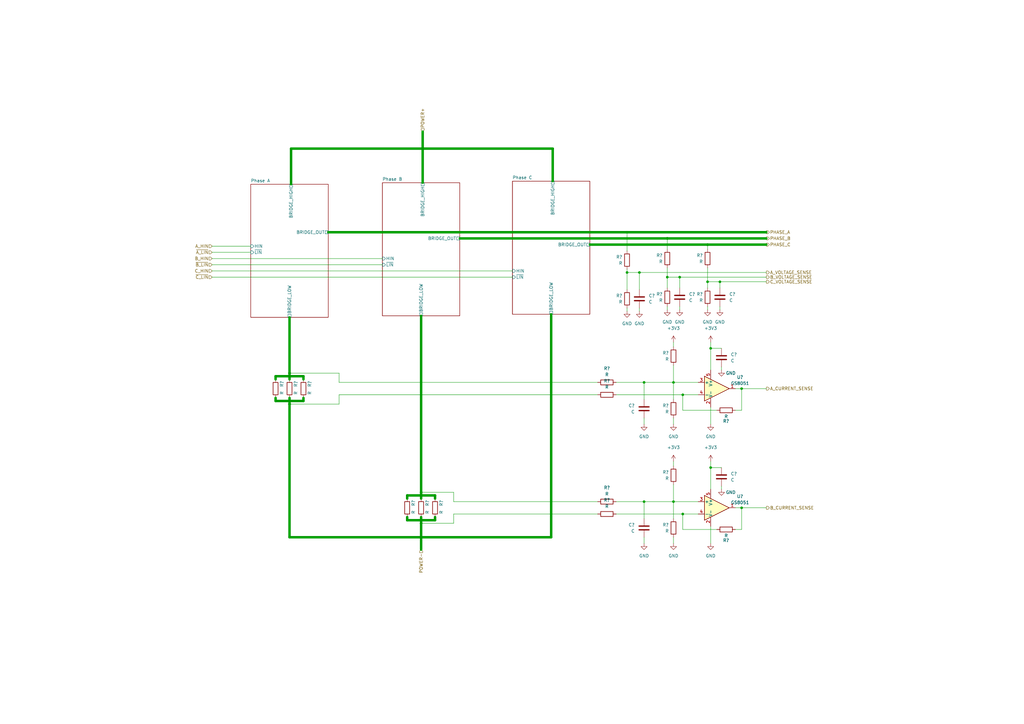
<source format=kicad_sch>
(kicad_sch (version 20211123) (generator eeschema)
  (paper "A3")
  (lib_symbols
    (symbol "Amplifier_Operational:AD8603" (pin_names (offset 0.127))
      (property "Reference" "U" (at 0 5.08 0))
      (property "Value" "AD8603" (at 0 -5.08 0))
      (symbol "AD8603_0_1"
        (polyline (pts (xy -5.08 5.08) (xy 5.08 0) (xy -5.08 -5.08) (xy -5.08 5.08)) (stroke (width 0.254)) (fill (type background)))
        (pin power_in line (at -2.54 -7.62 90) (length 3.81) (name "V-") (number "2"))
        (pin power_in line (at -2.54 7.62 270) (length 3.81) (name "V+") (number "5"))
      )
      (symbol "AD8603_1_1"
        (pin output line (at 7.62 0 180) (length 2.54) (name "~") (number "1"))
        (pin input line (at -7.62 2.54 0) (length 2.54) (name "+") (number "3"))
        (pin input line (at -7.62 -2.54 0) (length 2.54) (name "-") (number "4"))
      )
    )
    (symbol "Device:C" (pin_numbers hide) (pin_names (offset 0.254))
      (property "Reference" "C" (at 0.635 2.54 0))
      (property "Value" "C" (at 0.635 -2.54 0))
      (symbol "C_0_1"
        (polyline (pts (xy -2.032 -0.762) (xy 2.032 -0.762)) (stroke (width 0.508)))
        (polyline (pts (xy -2.032 0.762) (xy 2.032 0.762)) (stroke (width 0.508)))
      )
      (symbol "C_1_1"
        (pin passive line (at 0 3.81 270) (length 2.794) (name "~") (number "1"))
        (pin passive line (at 0 -3.81 90) (length 2.794) (name "~") (number "2"))
      )
    )
    (symbol "Device:R" (pin_numbers hide) (pin_names (offset 0))
      (property "Reference" "R" (at 2.032 0 90))
      (property "Value" "R" (at 0 0 90))
      (symbol "R_0_1"
        (rectangle (start -1.016 -2.54) (end 1.016 2.54) (stroke (width 0.254)))
      )
      (symbol "R_1_1"
        (pin passive line (at 0 3.81 270) (length 1.27) (name "~") (number "1"))
        (pin passive line (at 0 -3.81 90) (length 1.27) (name "~") (number "2"))
      )
    )
    (symbol "power:+3.3V" (power) (pin_names (offset 0))
      (property "Value" "+3.3V" (at 0 3.556 0))
      (symbol "+3.3V_0_1"
        (polyline (pts (xy -0.762 1.27) (xy 0 2.54)))
        (polyline (pts (xy 0 0) (xy 0 2.54)))
        (polyline (pts (xy 0 2.54) (xy 0.762 1.27)))
      )
      (symbol "+3.3V_1_1"
        (pin power_in line (at 0 0 90) (length 0) hide (name "+3V3") (number "1"))
      )
    )
    (symbol "power:GND" (power) (pin_names (offset 0))
      (property "Value" "GND" (at 0 -3.81 0))
      (symbol "GND_0_1"
        (polyline (pts (xy 0 0) (xy 0 -1.27) (xy 1.27 -1.27) (xy 0 -2.54) (xy -1.27 -1.27) (xy 0 -1.27)))
      )
      (symbol "GND_1_1"
        (pin power_in line (at 0 0 270) (length 0) hide (name "GND") (number "1"))
      )
    )
  )
  (junction (at 264.16 205.74))
  (junction (at 278.765 113.665))
  (junction (at 295.275 115.57))
  (junction (at 276.225 156.845))
  (junction (at 280.035 210.82))
  (junction (at 118.745 154.305))
  (junction (at 118.745 153.035))
  (junction (at 264.16 156.845))
  (junction (at 291.465 191.77))
  (junction (at 304.165 208.28))
  (junction (at 257.175 111.76))
  (junction (at 118.745 165.735))
  (junction (at 304.165 159.385))
  (junction (at 173.355 60.96))
  (junction (at 172.72 203.2) (diameter 1))
  (junction (at 290.195 115.57))
  (junction (at 273.685 97.79))
  (junction (at 290.195 100.33))
  (junction (at 276.225 205.74))
  (junction (at 172.72 213.36))
  (junction (at 172.72 201.93))
  (junction (at 262.255 111.76))
  (junction (at 291.465 142.875))
  (junction (at 172.72 214.63))
  (junction (at 118.745 164.465))
  (junction (at 172.72 220.345))
  (junction (at 280.035 161.925))
  (junction (at 273.685 113.665))
  (junction (at 257.175 95.25))
  (wire (pts (xy 118.745 154.305) (xy 118.745 155.575)) (stroke (width 1)))
  (wire (pts (xy 304.165 159.385) (xy 301.625 159.385)))
  (wire (pts (xy 124.46 163.195) (xy 124.46 164.465)) (stroke (width 1)))
  (wire (pts (xy 295.91 150.495) (xy 295.91 151.765)))
  (wire (pts (xy 118.745 154.305) (xy 124.46 154.305)) (stroke (width 1)))
  (wire (pts (xy 273.685 113.665) (xy 273.685 118.11)))
  (wire (pts (xy 252.73 205.74) (xy 264.16 205.74)))
  (wire (pts (xy 276.225 220.345) (xy 276.225 222.885)))
  (wire (pts (xy 291.465 189.23) (xy 291.465 191.77)))
  (wire (pts (xy 276.225 189.23) (xy 276.225 191.135)))
  (wire (pts (xy 276.225 205.74) (xy 276.225 212.725)))
  (wire (pts (xy 264.16 156.845) (xy 276.225 156.845)))
  (wire (pts (xy 291.465 167.005) (xy 291.465 173.99)))
  (wire (pts (xy 118.745 153.035) (xy 118.745 154.305)) (stroke (width 1)))
  (wire (pts (xy 278.765 113.665) (xy 278.765 118.11)))
  (wire (pts (xy 86.995 108.585) (xy 156.845 108.585)))
  (wire (pts (xy 186.055 214.63) (xy 186.055 210.82)))
  (wire (pts (xy 280.035 210.82) (xy 286.385 210.82)))
  (wire (pts (xy 172.72 214.63) (xy 172.72 220.345)) (stroke (width 1)))
  (wire (pts (xy 290.195 100.33) (xy 290.195 102.235)))
  (wire (pts (xy 276.225 171.45) (xy 276.225 173.99)))
  (wire (pts (xy 291.465 215.9) (xy 291.465 222.885)))
  (wire (pts (xy 172.72 201.93) (xy 186.055 201.93)))
  (wire (pts (xy 295.91 142.875) (xy 291.465 142.875)))
  (wire (pts (xy 172.72 129.54) (xy 172.72 201.93)) (stroke (width 1)))
  (wire (pts (xy 172.72 213.36) (xy 172.72 212.09)) (stroke (width 1)))
  (wire (pts (xy 304.165 159.385) (xy 314.325 159.385)))
  (wire (pts (xy 167.005 204.47) (xy 167.005 203.2)) (stroke (width 1)))
  (wire (pts (xy 118.745 130.175) (xy 118.745 153.035)) (stroke (width 1)))
  (wire (pts (xy 118.745 164.465) (xy 118.745 163.195)) (stroke (width 1)))
  (wire (pts (xy 118.745 220.345) (xy 172.72 220.345)) (stroke (width 1)))
  (wire (pts (xy 172.72 213.36) (xy 172.72 214.63)) (stroke (width 1)))
  (wire (pts (xy 241.935 100.33) (xy 290.195 100.33)) (stroke (width 1)))
  (wire (pts (xy 186.055 210.82) (xy 245.11 210.82)))
  (wire (pts (xy 295.275 115.57) (xy 295.275 118.11)))
  (wire (pts (xy 276.225 156.845) (xy 276.225 163.83)))
  (wire (pts (xy 226.06 128.905) (xy 226.06 220.345)) (stroke (width 1)))
  (wire (pts (xy 124.46 164.465) (xy 118.745 164.465)) (stroke (width 1)))
  (wire (pts (xy 172.72 201.93) (xy 172.72 203.2)) (stroke (width 1)))
  (wire (pts (xy 301.625 217.17) (xy 304.165 217.17)))
  (wire (pts (xy 252.73 210.82) (xy 280.035 210.82)))
  (wire (pts (xy 172.72 203.2) (xy 178.435 203.2)) (stroke (width 1)))
  (wire (pts (xy 245.11 156.845) (xy 139.065 156.845)))
  (wire (pts (xy 178.435 204.47) (xy 178.435 203.2)) (stroke (width 1)))
  (wire (pts (xy 167.005 203.2) (xy 172.72 203.2)) (stroke (width 1)))
  (wire (pts (xy 304.165 208.28) (xy 314.325 208.28)))
  (wire (pts (xy 86.995 106.045) (xy 156.845 106.045)))
  (wire (pts (xy 139.065 161.925) (xy 245.11 161.925)))
  (wire (pts (xy 178.435 213.36) (xy 172.72 213.36)) (stroke (width 1)))
  (wire (pts (xy 257.175 126.365) (xy 257.175 127.635)))
  (wire (pts (xy 113.03 164.465) (xy 118.745 164.465)) (stroke (width 1)))
  (wire (pts (xy 295.275 115.57) (xy 314.325 115.57)))
  (wire (pts (xy 252.73 161.925) (xy 280.035 161.925)))
  (wire (pts (xy 264.16 156.845) (xy 264.16 163.83)))
  (wire (pts (xy 262.255 111.76) (xy 262.255 118.745)))
  (wire (pts (xy 291.465 140.335) (xy 291.465 142.875)))
  (wire (pts (xy 86.995 111.125) (xy 210.185 111.125)))
  (wire (pts (xy 276.225 205.74) (xy 286.385 205.74)))
  (wire (pts (xy 290.195 115.57) (xy 295.275 115.57)))
  (wire (pts (xy 118.745 164.465) (xy 118.745 165.735)) (stroke (width 1)))
  (wire (pts (xy 172.72 214.63) (xy 186.055 214.63)))
  (wire (pts (xy 173.355 53.975) (xy 173.355 60.96)) (stroke (width 1)))
  (wire (pts (xy 276.225 156.845) (xy 286.385 156.845)))
  (wire (pts (xy 276.225 149.86) (xy 276.225 156.845)))
  (wire (pts (xy 264.16 205.74) (xy 276.225 205.74)))
  (wire (pts (xy 226.695 60.96) (xy 226.695 74.295)) (stroke (width 1)))
  (wire (pts (xy 86.995 100.965) (xy 102.87 100.965)))
  (wire (pts (xy 273.685 113.665) (xy 278.765 113.665)))
  (wire (pts (xy 262.255 111.76) (xy 314.325 111.76)))
  (wire (pts (xy 252.73 156.845) (xy 264.16 156.845)))
  (wire (pts (xy 294.005 217.17) (xy 280.035 217.17)))
  (wire (pts (xy 257.175 95.25) (xy 257.175 102.87)))
  (wire (pts (xy 257.175 111.76) (xy 262.255 111.76)))
  (wire (pts (xy 257.175 95.25) (xy 314.325 95.25)) (stroke (width 1)))
  (wire (pts (xy 280.035 168.275) (xy 280.035 161.925)))
  (wire (pts (xy 295.275 125.73) (xy 295.275 127)))
  (wire (pts (xy 290.195 100.33) (xy 314.325 100.33)) (stroke (width 1)))
  (wire (pts (xy 291.465 142.875) (xy 291.465 151.765)))
  (wire (pts (xy 172.72 203.2) (xy 172.72 204.47)) (stroke (width 1)))
  (wire (pts (xy 172.72 220.345) (xy 172.72 225.425)) (stroke (width 1)))
  (wire (pts (xy 295.91 191.77) (xy 291.465 191.77)))
  (wire (pts (xy 264.16 220.345) (xy 264.16 222.885)))
  (wire (pts (xy 304.165 168.275) (xy 304.165 159.385)))
  (wire (pts (xy 113.03 155.575) (xy 113.03 154.305)) (stroke (width 1)))
  (wire (pts (xy 86.995 103.505) (xy 102.87 103.505)))
  (wire (pts (xy 118.745 165.735) (xy 118.745 220.345)) (stroke (width 1)))
  (wire (pts (xy 188.595 97.79) (xy 273.685 97.79)) (stroke (width 1)))
  (wire (pts (xy 257.175 110.49) (xy 257.175 111.76)))
  (wire (pts (xy 173.355 60.96) (xy 173.355 74.93)) (stroke (width 1)))
  (wire (pts (xy 186.055 201.93) (xy 186.055 205.74)))
  (wire (pts (xy 167.005 212.09) (xy 167.005 213.36)) (stroke (width 1)))
  (wire (pts (xy 257.175 111.76) (xy 257.175 118.745)))
  (wire (pts (xy 278.765 125.73) (xy 278.765 127)))
  (wire (pts (xy 245.11 205.74) (xy 186.055 205.74)))
  (wire (pts (xy 262.255 126.365) (xy 262.255 127.635)))
  (wire (pts (xy 173.355 60.96) (xy 226.695 60.96)) (stroke (width 1)))
  (wire (pts (xy 119.38 60.96) (xy 173.355 60.96)) (stroke (width 1)))
  (wire (pts (xy 278.765 113.665) (xy 314.325 113.665)))
  (wire (pts (xy 304.165 217.17) (xy 304.165 208.28)))
  (wire (pts (xy 86.995 113.665) (xy 210.185 113.665)))
  (wire (pts (xy 119.38 60.96) (xy 119.38 75.565)) (stroke (width 1)))
  (wire (pts (xy 139.065 165.735) (xy 139.065 161.925)))
  (wire (pts (xy 273.685 97.79) (xy 314.325 97.79)) (stroke (width 1)))
  (wire (pts (xy 290.195 115.57) (xy 290.195 118.11)))
  (wire (pts (xy 139.065 156.845) (xy 139.065 153.035)))
  (wire (pts (xy 118.745 165.735) (xy 139.065 165.735)))
  (wire (pts (xy 294.005 168.275) (xy 280.035 168.275)))
  (wire (pts (xy 273.685 109.855) (xy 273.685 113.665)))
  (wire (pts (xy 172.72 220.345) (xy 226.06 220.345)) (stroke (width 1)))
  (wire (pts (xy 276.225 140.335) (xy 276.225 142.24)))
  (wire (pts (xy 291.465 191.77) (xy 291.465 200.66)))
  (wire (pts (xy 280.035 161.925) (xy 286.385 161.925)))
  (wire (pts (xy 167.005 213.36) (xy 172.72 213.36)) (stroke (width 1)))
  (wire (pts (xy 124.46 155.575) (xy 124.46 154.305)) (stroke (width 1)))
  (wire (pts (xy 290.195 125.73) (xy 290.195 127)))
  (wire (pts (xy 134.62 95.25) (xy 257.175 95.25)) (stroke (width 1)))
  (wire (pts (xy 113.03 154.305) (xy 118.745 154.305)) (stroke (width 1)))
  (wire (pts (xy 276.225 198.755) (xy 276.225 205.74)))
  (wire (pts (xy 264.16 205.74) (xy 264.16 212.725)))
  (wire (pts (xy 178.435 212.09) (xy 178.435 213.36)) (stroke (width 1)))
  (wire (pts (xy 280.035 217.17) (xy 280.035 210.82)))
  (wire (pts (xy 301.625 168.275) (xy 304.165 168.275)))
  (wire (pts (xy 295.91 199.39) (xy 295.91 200.66)))
  (wire (pts (xy 290.195 109.855) (xy 290.195 115.57)))
  (wire (pts (xy 139.065 153.035) (xy 118.745 153.035)))
  (wire (pts (xy 273.685 125.73) (xy 273.685 127)))
  (wire (pts (xy 273.685 97.79) (xy 273.685 102.235)))
  (wire (pts (xy 304.165 208.28) (xy 301.625 208.28)))
  (wire (pts (xy 264.16 171.45) (xy 264.16 173.99)))
  (wire (pts (xy 113.03 163.195) (xy 113.03 164.465)) (stroke (width 1)))
  (hierarchical_label "B_VOLTAGE_SENSE" (shape output) (at 314.325 113.665 0))
  (hierarchical_label "C_VOLTAGE_SENSE" (shape output) (at 314.325 115.57 0))
  (hierarchical_label "PHASE_C" (shape output) (at 314.325 100.33 0))
  (hierarchical_label "B_CURRENT_SENSE" (shape output) (at 314.325 208.28 0))
  (hierarchical_label "C_HIN" (shape input) (at 86.995 111.125 180))
  (hierarchical_label "POWER-" (shape input) (at 172.72 225.425 270))
  (hierarchical_label "~{C_LIN}" (shape input) (at 86.995 113.665 180))
  (hierarchical_label "B_HIN" (shape input) (at 86.995 106.045 180))
  (hierarchical_label "A_VOLTAGE_SENSE" (shape output) (at 314.325 111.76 0))
  (hierarchical_label "PHASE_B" (shape output) (at 314.325 97.79 0))
  (hierarchical_label "~{B_LIN}" (shape input) (at 86.995 108.585 180))
  (hierarchical_label "POWER+" (shape input) (at 173.355 53.975 90))
  (hierarchical_label "~{A_LIN}" (shape input) (at 86.995 103.505 180))
  (hierarchical_label "A_HIN" (shape input) (at 86.995 100.965 180))
  (hierarchical_label "PHASE_A" (shape output) (at 314.325 95.25 0))
  (hierarchical_label "A_CURRENT_SENSE" (shape output) (at 314.325 159.385 0))
  (symbol (lib_id "Device:R") (at 273.685 121.92 0) (mirror x) (unit 1)
    (property "Reference" "R?" (at 271.78 120.6499 0) (effects (justify right)))
    (property "Value" "R" (at 271.78 123.1899 0) (effects (justify right)))
  )
  (symbol (lib_id "power:GND") (at 291.465 173.99 0) (mirror y) (unit 1)
    (property "Reference" "#PWR?" (effects hide))
    (property "Value" "GND" (at 291.465 179.07 0))
  )
  (symbol (lib_id "power:GND") (at 264.16 173.99 0) (mirror y) (unit 1)
    (property "Reference" "#PWR?" (effects hide))
    (property "Value" "GND" (at 264.16 179.07 0))
  )
  (symbol (lib_id "power:GND") (at 276.225 222.885 0) (mirror y) (unit 1)
    (property "Reference" "#PWR?" (effects hide))
    (property "Value" "GND" (at 276.225 227.965 0))
  )
  (symbol (lib_id "power:GND") (at 276.225 173.99 0) (mirror y) (unit 1)
    (property "Reference" "#PWR?" (effects hide))
    (property "Value" "GND" (at 276.225 179.07 0))
  )
  (symbol (lib_id "Device:R") (at 124.46 159.385 0) (unit 1)
    (property "Reference" "R?" (at 127 158.75 90) (effects (justify left)))
    (property "Value" "R" (at 127 161.925 90) (effects (justify left)))
  )
  (symbol (lib_id "Device:R") (at 276.225 146.05 0) (mirror x) (unit 1)
    (property "Reference" "R?" (at 274.32 144.7799 0) (effects (justify right)))
    (property "Value" "R" (at 274.32 147.3199 0) (effects (justify right)))
  )
  (symbol (lib_id "power:GND") (at 257.175 127.635 0) (mirror y) (unit 1)
    (property "Reference" "#PWR?" (effects hide))
    (property "Value" "GND" (at 257.175 132.715 0))
  )
  (symbol (lib_id "power:GND") (at 295.91 200.66 0) (mirror y) (unit 1)
    (property "Reference" "#PWR?" (effects hide))
    (property "Value" "GND" (at 299.72 201.93 0))
  )
  (symbol (lib_id "power:+3.3V") (at 291.465 140.335 0) (mirror y) (unit 1)
    (property "Reference" "#PWR?" (effects hide))
    (property "Value" "+3.3V" (at 291.465 134.62 0))
  )
  (symbol (lib_id "Device:R") (at 172.72 208.28 0) (unit 1)
    (property "Reference" "R?" (at 175.26 207.645 90) (effects (justify left)))
    (property "Value" "R" (at 175.26 210.82 90) (effects (justify left)))
  )
  (symbol (lib_id "power:+3.3V") (at 276.225 140.335 0) (mirror y) (unit 1)
    (property "Reference" "#PWR?" (effects hide))
    (property "Value" "+3.3V" (at 276.225 134.62 0))
  )
  (symbol (lib_id "Device:R") (at 297.815 217.17 270) (mirror x) (unit 1)
    (property "Reference" "R?" (at 297.815 221.615 90))
    (property "Value" "R" (at 297.815 219.71 90))
  )
  (symbol (lib_id "Device:R") (at 167.005 208.28 0) (unit 1)
    (property "Reference" "R?" (at 169.545 207.645 90) (effects (justify left)))
    (property "Value" "R" (at 169.545 210.82 90) (effects (justify left)))
  )
  (symbol (lib_id "Amplifier_Operational:AD8603") (at 294.005 159.385 0) (unit 1)
    (property "Reference" "U?" (at 303.53 154.686 0))
    (property "Value" "GS8051" (at 303.53 157.226 0))
    (property "Footprint" "Package_TO_SOT_SMD:TSOT-23-5" (effects hide))
  )
  (symbol (lib_id "Device:C") (at 295.91 195.58 0) (mirror y) (unit 1)
    (property "Reference" "C?" (at 299.72 194.3099 0) (effects (justify right)))
    (property "Value" "C" (at 299.72 196.8499 0) (effects (justify right)))
  )
  (symbol (lib_id "Device:R") (at 276.225 167.64 0) (mirror x) (unit 1)
    (property "Reference" "R?" (at 274.32 166.3699 0) (effects (justify right)))
    (property "Value" "R" (at 274.32 168.9099 0) (effects (justify right)))
  )
  (symbol (lib_id "Device:R") (at 273.685 106.045 0) (mirror x) (unit 1)
    (property "Reference" "R?" (at 271.78 104.7749 0) (effects (justify right)))
    (property "Value" "R" (at 271.78 107.3149 0) (effects (justify right)))
  )
  (symbol (lib_id "Device:R") (at 297.815 168.275 270) (mirror x) (unit 1)
    (property "Reference" "R?" (at 297.815 172.72 90))
    (property "Value" "R" (at 297.815 170.815 90))
  )
  (symbol (lib_id "Device:R") (at 276.225 216.535 0) (mirror x) (unit 1)
    (property "Reference" "R?" (at 274.32 215.2649 0) (effects (justify right)))
    (property "Value" "R" (at 274.32 217.8049 0) (effects (justify right)))
  )
  (symbol (lib_id "Device:R") (at 118.745 159.385 0) (unit 1)
    (property "Reference" "R?" (at 121.285 158.75 90) (effects (justify left)))
    (property "Value" "R" (at 121.285 161.925 90) (effects (justify left)))
  )
  (symbol (lib_id "power:GND") (at 264.16 222.885 0) (mirror y) (unit 1)
    (property "Reference" "#PWR?" (effects hide))
    (property "Value" "GND" (at 264.16 227.965 0))
  )
  (symbol (lib_id "Device:C") (at 278.765 121.92 0) (mirror y) (unit 1)
    (property "Reference" "C?" (at 282.575 120.6499 0) (effects (justify right)))
    (property "Value" "C" (at 282.575 123.1899 0) (effects (justify right)))
  )
  (symbol (lib_id "power:GND") (at 262.255 127.635 0) (mirror y) (unit 1)
    (property "Reference" "#PWR?" (effects hide))
    (property "Value" "GND" (at 262.255 132.715 0))
  )
  (symbol (lib_id "power:GND") (at 295.275 127 0) (mirror y) (unit 1)
    (property "Reference" "#PWR?" (effects hide))
    (property "Value" "GND" (at 295.275 132.08 0))
  )
  (symbol (lib_id "power:GND") (at 291.465 222.885 0) (mirror y) (unit 1)
    (property "Reference" "#PWR?" (effects hide))
    (property "Value" "GND" (at 291.465 227.965 0))
  )
  (symbol (lib_id "Device:R") (at 257.175 122.555 0) (mirror x) (unit 1)
    (property "Reference" "R?" (at 255.27 121.2849 0) (effects (justify right)))
    (property "Value" "R" (at 255.27 123.8249 0) (effects (justify right)))
  )
  (symbol (lib_id "Device:C") (at 295.275 121.92 0) (mirror y) (unit 1)
    (property "Reference" "C?" (at 299.085 120.6499 0) (effects (justify right)))
    (property "Value" "C" (at 299.085 123.1899 0) (effects (justify right)))
  )
  (symbol (lib_id "Device:R") (at 113.03 159.385 0) (unit 1)
    (property "Reference" "R?" (at 115.57 158.75 90) (effects (justify left)))
    (property "Value" "R" (at 115.57 161.925 90) (effects (justify left)))
  )
  (symbol (lib_id "power:GND") (at 273.685 127 0) (mirror y) (unit 1)
    (property "Reference" "#PWR?" (effects hide))
    (property "Value" "GND" (at 273.685 132.08 0))
  )
  (symbol (lib_id "Device:C") (at 295.91 146.685 0) (mirror y) (unit 1)
    (property "Reference" "C?" (at 299.72 145.4149 0) (effects (justify right)))
    (property "Value" "C" (at 299.72 147.9549 0) (effects (justify right)))
  )
  (symbol (lib_id "power:GND") (at 295.91 151.765 0) (mirror y) (unit 1)
    (property "Reference" "#PWR?" (effects hide))
    (property "Value" "GND" (at 299.72 153.035 0))
  )
  (symbol (lib_id "Device:C") (at 262.255 122.555 0) (mirror y) (unit 1)
    (property "Reference" "C?" (at 266.065 121.2849 0) (effects (justify right)))
    (property "Value" "C" (at 266.065 123.8249 0) (effects (justify right)))
  )
  (symbol (lib_id "Device:C") (at 264.16 216.535 0) (mirror y) (unit 1)
    (property "Reference" "C?" (at 260.35 215.2649 0) (effects (justify left)))
    (property "Value" "C" (at 260.35 217.8049 0) (effects (justify left)))
  )
  (symbol (lib_id "Device:C") (at 264.16 167.64 0) (mirror y) (unit 1)
    (property "Reference" "C?" (at 260.35 166.3699 0) (effects (justify left)))
    (property "Value" "C" (at 260.35 168.9099 0) (effects (justify left)))
  )
  (symbol (lib_id "Device:R") (at 178.435 208.28 0) (unit 1)
    (property "Reference" "R?" (at 180.975 207.645 90) (effects (justify left)))
    (property "Value" "R" (at 180.975 210.82 90) (effects (justify left)))
  )
  (symbol (lib_id "Device:R") (at 276.225 194.945 0) (mirror x) (unit 1)
    (property "Reference" "R?" (at 274.32 193.6749 0) (effects (justify right)))
    (property "Value" "R" (at 274.32 196.2149 0) (effects (justify right)))
  )
  (symbol (lib_id "Device:R") (at 257.175 106.68 0) (mirror x) (unit 1)
    (property "Reference" "R?" (at 255.27 105.4099 0) (effects (justify right)))
    (property "Value" "R" (at 255.27 107.9499 0) (effects (justify right)))
  )
  (symbol (lib_id "Device:R") (at 248.92 156.845 270) (mirror x) (unit 1)
    (property "Reference" "R?" (at 248.92 151.13 90))
    (property "Value" "R" (at 248.92 153.67 90))
  )
  (symbol (lib_id "power:GND") (at 278.765 127 0) (mirror y) (unit 1)
    (property "Reference" "#PWR?" (effects hide))
    (property "Value" "GND" (at 278.765 132.08 0))
  )
  (symbol (lib_id "power:GND") (at 290.195 127 0) (mirror y) (unit 1)
    (property "Reference" "#PWR?" (effects hide))
    (property "Value" "GND" (at 290.195 132.08 0))
  )
  (symbol (lib_id "Device:R") (at 248.92 161.925 270) (mirror x) (unit 1)
    (property "Reference" "R?" (at 248.92 156.21 90))
    (property "Value" "R" (at 248.92 158.75 90))
  )
  (symbol (lib_id "Device:R") (at 248.92 205.74 270) (mirror x) (unit 1)
    (property "Reference" "R?" (at 248.92 200.025 90))
    (property "Value" "R" (at 248.92 202.565 90))
  )
  (symbol (lib_id "Device:R") (at 248.92 210.82 270) (mirror x) (unit 1)
    (property "Reference" "R?" (at 248.92 205.105 90))
    (property "Value" "R" (at 248.92 207.645 90))
  )
  (symbol (lib_id "Device:R") (at 290.195 121.92 0) (mirror x) (unit 1)
    (property "Reference" "R?" (at 288.29 120.6499 0) (effects (justify right)))
    (property "Value" "R" (at 288.29 123.1899 0) (effects (justify right)))
  )
  (symbol (lib_id "power:+3.3V") (at 291.465 189.23 0) (mirror y) (unit 1)
    (property "Reference" "#PWR?" (effects hide))
    (property "Value" "+3.3V" (at 291.465 183.515 0))
  )
  (symbol (lib_id "Amplifier_Operational:AD8603") (at 294.005 208.28 0) (unit 1)
    (property "Reference" "U?" (at 303.53 203.581 0))
    (property "Value" "GS8051" (at 303.53 206.121 0))
    (property "Footprint" "Package_TO_SOT_SMD:TSOT-23-5" (effects hide))
  )
  (symbol (lib_id "power:+3.3V") (at 276.225 189.23 0) (mirror y) (unit 1)
    (property "Reference" "#PWR?" (effects hide))
    (property "Value" "+3.3V" (at 276.225 183.515 0))
  )
  (symbol (lib_id "Device:R") (at 290.195 106.045 0) (mirror x) (unit 1)
    (property "Reference" "R?" (at 288.29 104.7749 0) (effects (justify right)))
    (property "Value" "R" (at 288.29 107.3149 0) (effects (justify right)))
  )
  (sheet (at 156.845 74.93) (size 31.75 54.61) (stroke (width 0.1524))
    (property "Sheet name" "Phase B" (at 156.845 74.2184 0) (effects (justify left bottom)))
    (property "Sheet file" "halfbridge.kicad_sch" (effects hide))
    (pin "BRIDGE_OUT" passive (at 188.595 97.79 0))
    (pin "BRIDGE_HIGH" passive (at 173.355 74.93 90))
    (pin "BRIDGE_LOW" passive (at 172.72 129.54 270))
    (pin "~{LIN}" input (at 156.845 108.585 180))
    (pin "HIN" input (at 156.845 106.045 180))
  )
  (sheet (at 102.87 75.565) (size 31.75 54.61) (stroke (width 0.1524))
    (property "Sheet name" "Phase A" (at 102.87 74.8534 0) (effects (justify left bottom)))
    (property "Sheet file" "halfbridge.kicad_sch" (effects hide))
    (pin "BRIDGE_OUT" passive (at 134.62 95.25 0))
    (pin "BRIDGE_HIGH" passive (at 119.38 75.565 90))
    (pin "BRIDGE_LOW" passive (at 118.745 130.175 270))
    (pin "~{LIN}" input (at 102.87 103.505 180))
    (pin "HIN" input (at 102.87 100.965 180))
  )
  (sheet (at 210.185 74.295) (size 31.75 54.61) (stroke (width 0.1524))
    (property "Sheet name" "Phase C" (at 210.185 73.5834 0) (effects (justify left bottom)))
    (property "Sheet file" "halfbridge.kicad_sch" (effects hide))
    (pin "BRIDGE_OUT" passive (at 241.935 100.33 0))
    (pin "BRIDGE_HIGH" passive (at 226.695 74.295 90))
    (pin "BRIDGE_LOW" passive (at 226.06 128.905 270))
    (pin "~{LIN}" input (at 210.185 113.665 180))
    (pin "HIN" input (at 210.185 111.125 180))
  )
)
</source>
